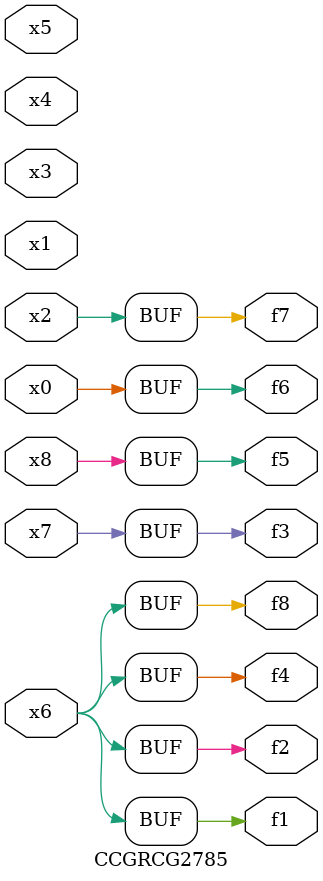
<source format=v>
module CCGRCG2785(
	input x0, x1, x2, x3, x4, x5, x6, x7, x8,
	output f1, f2, f3, f4, f5, f6, f7, f8
);
	assign f1 = x6;
	assign f2 = x6;
	assign f3 = x7;
	assign f4 = x6;
	assign f5 = x8;
	assign f6 = x0;
	assign f7 = x2;
	assign f8 = x6;
endmodule

</source>
